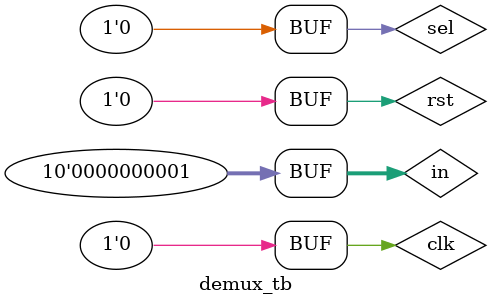
<source format=v>
module demux (clk,rst,x,y,in, sel);
input clk,rst;
output reg [9:0] y;
output reg [9:0] x;
input [9:0] in;
input sel;

always @(posedge clk, posedge rst) begin 
  if(rst) begin
    x<=10'd0;
    y<=10'd0;
  end
else begin
  if(sel==1'b0)
    begin 
      y =in;
      x =10'b0;
    end
  else if(sel==1'b1)
    begin
      x =in;
      y =10'b0;
    end
  end
end
endmodule

module demux_tb;
  reg sel;
  reg [9:0] in;
  reg clk;
  reg rst;
  
  wire [9:0] y;
  wire [9:0] x;
  demux uut (
    .clk(clk),
    .rst(rst),
    .x(x),
    .y(y),
    .in(in),
    .sel(sel)
  );
  
localparam CLK_PERIOD = 100;
localparam RUNNING_CYCLES = 100;
initial begin
  clk = 0;
  repeat (2*RUNNING_CYCLES) begin
    #(CLK_PERIOD/2) ;
    clk = ~clk;
  end
end
  
localparam RST_DURATION = 25;
initial begin
  rst = 1;
  #(RST_DURATION) ;
  rst = 0;
end
  
  
  initial begin 
    sel=0;
    in=1;
  end 
  
  initial begin 
    repeat (30) begin
      #(CLK_PERIOD/2) ;
      sel=sel+1'b1;
    end
  end
  
  
endmodule
</source>
